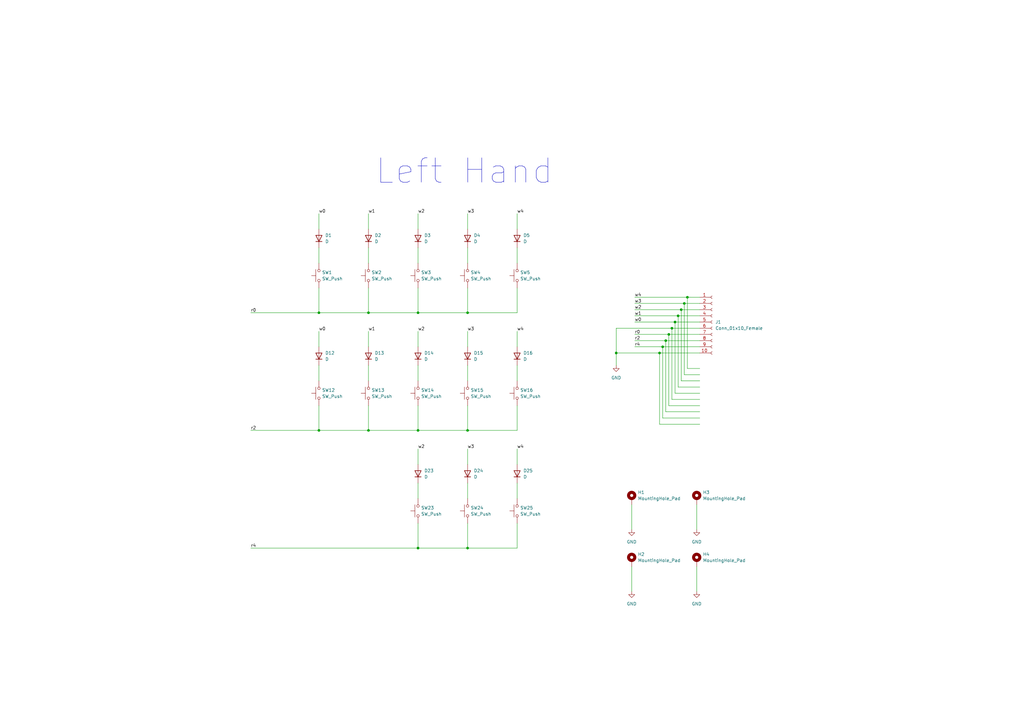
<source format=kicad_sch>
(kicad_sch (version 20211123) (generator eeschema)
  (paper "A3")
  (lib_symbols
    (symbol "Connector:Conn_01x10_Female" (pin_names (offset 1.016) hide)
      (property "Reference" "J" (at 0 12.7 0))
      (property "Value" "Conn_01x10_Female" (at 0 -15.24 0))
      (symbol "Conn_01x10_Female_1_1"
        (arc (start 0 -12.192) (mid -0.508 -12.7) (end 0 -13.208) (stroke (width 0.1524)))
        (arc (start 0 -9.652) (mid -0.508 -10.16) (end 0 -10.668) (stroke (width 0.1524)))
        (arc (start 0 -7.112) (mid -0.508 -7.62) (end 0 -8.128) (stroke (width 0.1524)))
        (arc (start 0 -4.572) (mid -0.508 -5.08) (end 0 -5.588) (stroke (width 0.1524)))
        (arc (start 0 -2.032) (mid -0.508 -2.54) (end 0 -3.048) (stroke (width 0.1524)))
        (polyline (pts (xy -1.27 -12.7) (xy -0.508 -12.7)) (stroke (width 0.1524)))
        (polyline (pts (xy -1.27 -10.16) (xy -0.508 -10.16)) (stroke (width 0.1524)))
        (polyline (pts (xy -1.27 -7.62) (xy -0.508 -7.62)) (stroke (width 0.1524)))
        (polyline (pts (xy -1.27 -5.08) (xy -0.508 -5.08)) (stroke (width 0.1524)))
        (polyline (pts (xy -1.27 -2.54) (xy -0.508 -2.54)) (stroke (width 0.1524)))
        (polyline (pts (xy -1.27 0) (xy -0.508 0)) (stroke (width 0.1524)))
        (polyline (pts (xy -1.27 2.54) (xy -0.508 2.54)) (stroke (width 0.1524)))
        (polyline (pts (xy -1.27 5.08) (xy -0.508 5.08)) (stroke (width 0.1524)))
        (polyline (pts (xy -1.27 7.62) (xy -0.508 7.62)) (stroke (width 0.1524)))
        (polyline (pts (xy -1.27 10.16) (xy -0.508 10.16)) (stroke (width 0.1524)))
        (arc (start 0 0.508) (mid -0.508 0) (end 0 -0.508) (stroke (width 0.1524)))
        (arc (start 0 3.048) (mid -0.508 2.54) (end 0 2.032) (stroke (width 0.1524)))
        (arc (start 0 5.588) (mid -0.508 5.08) (end 0 4.572) (stroke (width 0.1524)))
        (arc (start 0 8.128) (mid -0.508 7.62) (end 0 7.112) (stroke (width 0.1524)))
        (arc (start 0 10.668) (mid -0.508 10.16) (end 0 9.652) (stroke (width 0.1524)))
        (pin passive line (at -5.08 10.16 0) (length 3.81) (name "Pin_1") (number "1"))
        (pin passive line (at -5.08 -12.7 0) (length 3.81) (name "Pin_10") (number "10"))
        (pin passive line (at -5.08 7.62 0) (length 3.81) (name "Pin_2") (number "2"))
        (pin passive line (at -5.08 5.08 0) (length 3.81) (name "Pin_3") (number "3"))
        (pin passive line (at -5.08 2.54 0) (length 3.81) (name "Pin_4") (number "4"))
        (pin passive line (at -5.08 0 0) (length 3.81) (name "Pin_5") (number "5"))
        (pin passive line (at -5.08 -2.54 0) (length 3.81) (name "Pin_6") (number "6"))
        (pin passive line (at -5.08 -5.08 0) (length 3.81) (name "Pin_7") (number "7"))
        (pin passive line (at -5.08 -7.62 0) (length 3.81) (name "Pin_8") (number "8"))
        (pin passive line (at -5.08 -10.16 0) (length 3.81) (name "Pin_9") (number "9"))
      )
    )
    (symbol "Device:D" (pin_numbers hide) (pin_names (offset 1.016) hide)
      (property "Reference" "D" (at 0 2.54 0))
      (property "Value" "D" (at 0 -2.54 0))
      (symbol "D_0_1"
        (polyline (pts (xy -1.27 1.27) (xy -1.27 -1.27)) (stroke (width 0.254)))
        (polyline (pts (xy 1.27 0) (xy -1.27 0)))
        (polyline (pts (xy 1.27 1.27) (xy 1.27 -1.27) (xy -1.27 0) (xy 1.27 1.27)) (stroke (width 0.254)))
      )
      (symbol "D_1_1"
        (pin passive line (at -3.81 0 0) (length 2.54) (name "K") (number "1"))
        (pin passive line (at 3.81 0 180) (length 2.54) (name "A") (number "2"))
      )
    )
    (symbol "Mechanical:MountingHole_Pad" (pin_numbers hide) (pin_names (offset 1.016) hide)
      (property "Reference" "H" (at 0 6.35 0))
      (property "Value" "MountingHole_Pad" (at 0 4.445 0))
      (symbol "MountingHole_Pad_0_1"
        (circle (center 0 1.27) (radius 1.27) (stroke (width 1.27)))
      )
      (symbol "MountingHole_Pad_1_1"
        (pin input line (at 0 -2.54 90) (length 2.54) (name "1") (number "1"))
      )
    )
    (symbol "Switch:SW_Push" (pin_numbers hide) (pin_names (offset 1.016) hide)
      (property "Reference" "SW" (at 1.27 2.54 0))
      (property "Value" "SW_Push" (at 0 -1.524 0))
      (symbol "SW_Push_0_1"
        (circle (center -2.032 0) (radius 0.508))
        (polyline (pts (xy 0 1.27) (xy 0 3.048)))
        (polyline (pts (xy 2.54 1.27) (xy -2.54 1.27)))
        (circle (center 2.032 0) (radius 0.508))
        (pin passive line (at -5.08 0 0) (length 2.54) (name "1") (number "1"))
        (pin passive line (at 5.08 0 180) (length 2.54) (name "2") (number "2"))
      )
    )
    (symbol "power:GND" (power) (pin_names (offset 0))
      (property "Value" "GND" (at 0 -3.81 0))
      (symbol "GND_0_1"
        (polyline (pts (xy 0 0) (xy 0 -1.27) (xy 1.27 -1.27) (xy 0 -2.54) (xy -1.27 -1.27) (xy 0 -1.27)))
      )
      (symbol "GND_1_1"
        (pin power_in line (at 0 0 270) (length 0) hide (name "GND") (number "1"))
      )
    )
  )
  (junction (at 279.4 127))
  (junction (at 274.32 137.16))
  (junction (at 191.77 128.27))
  (junction (at 130.81 176.53))
  (junction (at 191.77 176.53))
  (junction (at 252.73 144.78))
  (junction (at 171.45 128.27))
  (junction (at 191.77 224.79))
  (junction (at 273.05 139.7))
  (junction (at 151.13 128.27))
  (junction (at 271.78 142.24))
  (junction (at 278.13 129.54))
  (junction (at 130.81 128.27))
  (junction (at 280.67 124.46))
  (junction (at 281.94 121.92))
  (junction (at 270.51 144.78))
  (junction (at 171.45 176.53))
  (junction (at 276.86 132.08))
  (junction (at 171.45 224.79))
  (junction (at 275.59 134.62))
  (junction (at 151.13 176.53))
  (wire (pts (xy 102.87 128.27) (xy 130.81 128.27)))
  (wire (pts (xy 212.09 87.63) (xy 212.09 93.98)))
  (wire (pts (xy 275.59 163.83) (xy 287.02 163.83)))
  (wire (pts (xy 102.87 224.79) (xy 171.45 224.79)))
  (wire (pts (xy 212.09 101.6) (xy 212.09 107.95)))
  (wire (pts (xy 130.81 118.11) (xy 130.81 128.27)))
  (wire (pts (xy 276.86 161.29) (xy 287.02 161.29)))
  (wire (pts (xy 270.51 144.78) (xy 287.02 144.78)))
  (wire (pts (xy 171.45 176.53) (xy 191.77 176.53)))
  (wire (pts (xy 151.13 149.86) (xy 151.13 156.21)))
  (wire (pts (xy 280.67 124.46) (xy 280.67 153.67)))
  (wire (pts (xy 102.87 176.53) (xy 130.81 176.53)))
  (wire (pts (xy 281.94 121.92) (xy 281.94 151.13)))
  (wire (pts (xy 171.45 118.11) (xy 171.45 128.27)))
  (wire (pts (xy 273.05 139.7) (xy 287.02 139.7)))
  (wire (pts (xy 260.35 142.24) (xy 271.78 142.24)))
  (wire (pts (xy 191.77 118.11) (xy 191.77 128.27)))
  (wire (pts (xy 274.32 166.37) (xy 287.02 166.37)))
  (wire (pts (xy 191.77 224.79) (xy 212.09 224.79)))
  (wire (pts (xy 171.45 87.63) (xy 171.45 93.98)))
  (wire (pts (xy 273.05 139.7) (xy 273.05 168.91)))
  (wire (pts (xy 130.81 87.63) (xy 130.81 93.98)))
  (wire (pts (xy 281.94 121.92) (xy 287.02 121.92)))
  (wire (pts (xy 271.78 171.45) (xy 287.02 171.45)))
  (wire (pts (xy 151.13 135.89) (xy 151.13 142.24)))
  (wire (pts (xy 260.35 124.46) (xy 280.67 124.46)))
  (wire (pts (xy 276.86 132.08) (xy 287.02 132.08)))
  (wire (pts (xy 212.09 166.37) (xy 212.09 176.53)))
  (wire (pts (xy 278.13 129.54) (xy 287.02 129.54)))
  (wire (pts (xy 191.77 184.15) (xy 191.77 190.5)))
  (wire (pts (xy 279.4 156.21) (xy 287.02 156.21)))
  (wire (pts (xy 171.45 184.15) (xy 171.45 190.5)))
  (wire (pts (xy 276.86 132.08) (xy 276.86 161.29)))
  (wire (pts (xy 275.59 134.62) (xy 287.02 134.62)))
  (wire (pts (xy 271.78 142.24) (xy 287.02 142.24)))
  (wire (pts (xy 130.81 149.86) (xy 130.81 156.21)))
  (wire (pts (xy 171.45 101.6) (xy 171.45 107.95)))
  (wire (pts (xy 191.77 176.53) (xy 212.09 176.53)))
  (wire (pts (xy 191.77 135.89) (xy 191.77 142.24)))
  (wire (pts (xy 191.77 166.37) (xy 191.77 176.53)))
  (wire (pts (xy 171.45 166.37) (xy 171.45 176.53)))
  (wire (pts (xy 274.32 137.16) (xy 274.32 166.37)))
  (wire (pts (xy 151.13 166.37) (xy 151.13 176.53)))
  (wire (pts (xy 280.67 124.46) (xy 287.02 124.46)))
  (wire (pts (xy 271.78 142.24) (xy 271.78 171.45)))
  (wire (pts (xy 252.73 134.62) (xy 275.59 134.62)))
  (wire (pts (xy 270.51 144.78) (xy 270.51 173.99)))
  (wire (pts (xy 281.94 151.13) (xy 287.02 151.13)))
  (wire (pts (xy 130.81 176.53) (xy 151.13 176.53)))
  (wire (pts (xy 275.59 134.62) (xy 275.59 163.83)))
  (wire (pts (xy 191.77 128.27) (xy 212.09 128.27)))
  (wire (pts (xy 171.45 135.89) (xy 171.45 142.24)))
  (wire (pts (xy 191.77 214.63) (xy 191.77 224.79)))
  (wire (pts (xy 212.09 214.63) (xy 212.09 224.79)))
  (wire (pts (xy 285.75 232.41) (xy 285.75 242.57)))
  (wire (pts (xy 171.45 224.79) (xy 191.77 224.79)))
  (wire (pts (xy 171.45 198.12) (xy 171.45 204.47)))
  (wire (pts (xy 279.4 127) (xy 279.4 156.21)))
  (wire (pts (xy 260.35 121.92) (xy 281.94 121.92)))
  (wire (pts (xy 259.08 207.01) (xy 259.08 217.17)))
  (wire (pts (xy 252.73 144.78) (xy 252.73 149.86)))
  (wire (pts (xy 278.13 129.54) (xy 278.13 158.75)))
  (wire (pts (xy 171.45 149.86) (xy 171.45 156.21)))
  (wire (pts (xy 212.09 149.86) (xy 212.09 156.21)))
  (wire (pts (xy 171.45 128.27) (xy 191.77 128.27)))
  (wire (pts (xy 260.35 129.54) (xy 278.13 129.54)))
  (wire (pts (xy 130.81 128.27) (xy 151.13 128.27)))
  (wire (pts (xy 212.09 198.12) (xy 212.09 204.47)))
  (wire (pts (xy 278.13 158.75) (xy 287.02 158.75)))
  (wire (pts (xy 260.35 127) (xy 279.4 127)))
  (wire (pts (xy 270.51 173.99) (xy 287.02 173.99)))
  (wire (pts (xy 130.81 166.37) (xy 130.81 176.53)))
  (wire (pts (xy 212.09 118.11) (xy 212.09 128.27)))
  (wire (pts (xy 212.09 135.89) (xy 212.09 142.24)))
  (wire (pts (xy 279.4 127) (xy 287.02 127)))
  (wire (pts (xy 151.13 128.27) (xy 171.45 128.27)))
  (wire (pts (xy 212.09 184.15) (xy 212.09 190.5)))
  (wire (pts (xy 151.13 118.11) (xy 151.13 128.27)))
  (wire (pts (xy 130.81 101.6) (xy 130.81 107.95)))
  (wire (pts (xy 171.45 214.63) (xy 171.45 224.79)))
  (wire (pts (xy 260.35 137.16) (xy 274.32 137.16)))
  (wire (pts (xy 191.77 87.63) (xy 191.77 93.98)))
  (wire (pts (xy 191.77 149.86) (xy 191.77 156.21)))
  (wire (pts (xy 260.35 139.7) (xy 273.05 139.7)))
  (wire (pts (xy 274.32 137.16) (xy 287.02 137.16)))
  (wire (pts (xy 130.81 135.89) (xy 130.81 142.24)))
  (wire (pts (xy 151.13 101.6) (xy 151.13 107.95)))
  (wire (pts (xy 260.35 132.08) (xy 276.86 132.08)))
  (wire (pts (xy 285.75 207.01) (xy 285.75 217.17)))
  (wire (pts (xy 273.05 168.91) (xy 287.02 168.91)))
  (wire (pts (xy 280.67 153.67) (xy 287.02 153.67)))
  (wire (pts (xy 191.77 198.12) (xy 191.77 204.47)))
  (wire (pts (xy 252.73 134.62) (xy 252.73 144.78)))
  (wire (pts (xy 191.77 101.6) (xy 191.77 107.95)))
  (wire (pts (xy 151.13 176.53) (xy 171.45 176.53)))
  (wire (pts (xy 151.13 87.63) (xy 151.13 93.98)))
  (wire (pts (xy 252.73 144.78) (xy 270.51 144.78)))
  (wire (pts (xy 259.08 232.41) (xy 259.08 242.57)))
  (text "Left Hand" (at 153.67 76.2 0) (effects (font (size 10 10)) (justify left bottom)))
  (label "w2" (at 171.45 135.89 0))
  (label "w4" (at 212.09 87.63 0))
  (label "w4" (at 260.35 121.92 0))
  (label "r4" (at 260.35 142.24 0))
  (label "r2" (at 260.35 139.7 0))
  (label "w0" (at 260.35 132.08 0))
  (label "w4" (at 212.09 135.89 0))
  (label "r0" (at 260.35 137.16 0))
  (label "r4" (at 102.87 224.79 0))
  (label "w2" (at 260.35 127 0))
  (label "w2" (at 171.45 184.15 0))
  (label "w1" (at 151.13 135.89 0))
  (label "w3" (at 191.77 135.89 0))
  (label "w0" (at 130.81 135.89 0))
  (label "r2" (at 102.87 176.53 0))
  (label "w4" (at 212.09 184.15 0))
  (label "w2" (at 171.45 87.63 0))
  (label "w1" (at 260.35 129.54 0))
  (label "w3" (at 191.77 87.63 0))
  (label "w3" (at 260.35 124.46 0))
  (label "w0" (at 130.81 87.63 0))
  (label "w1" (at 151.13 87.63 0))
  (label "w3" (at 191.77 184.15 0))
  (label "r0" (at 102.87 128.27 0))
  (symbol (lib_id "power:GND") (at 259.08 242.57 0) (unit 1)
    (property "Reference" "#PWR02" (effects hide))
    (property "Value" "GND" (at 259.08 247.65 0))
  )
  (symbol (lib_id "Device:D") (at 151.13 97.79 90) (unit 1)
    (property "Reference" "D2" (at 153.67 96.5199 90) (effects (justify right)))
    (property "Value" "D" (at 153.67 99.0599 90) (effects (justify right)))
    (property "Footprint" "Diode_THT:D_T-1_P5.08mm_Horizontal" (effects hide))
  )
  (symbol (lib_id "Switch:SW_Push") (at 212.09 113.03 90) (unit 1)
    (property "Reference" "SW5" (at 213.36 111.7599 90) (effects (justify right)))
    (property "Value" "SW_Push" (at 213.36 114.2999 90) (effects (justify right)))
    (property "Footprint" "Button_Switch_Keyboard:SW_Cherry_MX_1.00u_PCB" (effects hide))
  )
  (symbol (lib_id "Device:D") (at 212.09 97.79 90) (unit 1)
    (property "Reference" "D5" (at 214.63 96.5199 90) (effects (justify right)))
    (property "Value" "D" (at 214.63 99.0599 90) (effects (justify right)))
    (property "Footprint" "Diode_THT:D_T-1_P5.08mm_Horizontal" (effects hide))
  )
  (symbol (lib_id "Mechanical:MountingHole_Pad") (at 259.08 204.47 0) (unit 1)
    (property "Reference" "H1" (at 261.62 201.9299 0) (effects (justify left)))
    (property "Value" "MountingHole_Pad" (at 261.62 204.4699 0) (effects (justify left)))
    (property "Footprint" "MountingHole:MountingHole_3.2mm_M3_DIN965_Pad" (effects hide))
  )
  (symbol (lib_id "Device:D") (at 171.45 146.05 90) (unit 1)
    (property "Reference" "D14" (at 173.99 144.7799 90) (effects (justify right)))
    (property "Value" "D" (at 173.99 147.3199 90) (effects (justify right)))
    (property "Footprint" "Diode_THT:D_T-1_P5.08mm_Horizontal" (effects hide))
  )
  (symbol (lib_id "Switch:SW_Push") (at 130.81 113.03 90) (unit 1)
    (property "Reference" "SW1" (at 132.08 111.7599 90) (effects (justify right)))
    (property "Value" "SW_Push" (at 132.08 114.2999 90) (effects (justify right)))
    (property "Footprint" "Button_Switch_Keyboard:SW_Cherry_MX_1.00u_PCB" (effects hide))
  )
  (symbol (lib_id "Device:D") (at 171.45 194.31 90) (unit 1)
    (property "Reference" "D23" (at 173.99 193.0399 90) (effects (justify right)))
    (property "Value" "D" (at 173.99 195.5799 90) (effects (justify right)))
    (property "Footprint" "Diode_THT:D_T-1_P5.08mm_Horizontal" (effects hide))
  )
  (symbol (lib_id "Switch:SW_Push") (at 191.77 113.03 90) (unit 1)
    (property "Reference" "SW4" (at 193.04 111.7599 90) (effects (justify right)))
    (property "Value" "SW_Push" (at 193.04 114.2999 90) (effects (justify right)))
    (property "Footprint" "Button_Switch_Keyboard:SW_Cherry_MX_1.00u_PCB" (effects hide))
  )
  (symbol (lib_id "Switch:SW_Push") (at 212.09 161.29 90) (unit 1)
    (property "Reference" "SW16" (at 213.36 160.0199 90) (effects (justify right)))
    (property "Value" "SW_Push" (at 213.36 162.5599 90) (effects (justify right)))
    (property "Footprint" "Button_Switch_Keyboard:SW_Cherry_MX_1.00u_PCB" (effects hide))
  )
  (symbol (lib_id "Device:D") (at 212.09 194.31 90) (unit 1)
    (property "Reference" "D25" (at 214.63 193.0399 90) (effects (justify right)))
    (property "Value" "D" (at 214.63 195.5799 90) (effects (justify right)))
    (property "Footprint" "Diode_THT:D_T-1_P5.08mm_Horizontal" (effects hide))
  )
  (symbol (lib_id "Mechanical:MountingHole_Pad") (at 285.75 229.87 0) (unit 1)
    (property "Reference" "H4" (at 288.29 227.3299 0) (effects (justify left)))
    (property "Value" "MountingHole_Pad" (at 288.29 229.8699 0) (effects (justify left)))
    (property "Footprint" "MountingHole:MountingHole_3.2mm_M3_DIN965_Pad" (effects hide))
  )
  (symbol (lib_id "Switch:SW_Push") (at 191.77 161.29 90) (unit 1)
    (property "Reference" "SW15" (at 193.04 160.0199 90) (effects (justify right)))
    (property "Value" "SW_Push" (at 193.04 162.5599 90) (effects (justify right)))
    (property "Footprint" "Button_Switch_Keyboard:SW_Cherry_MX_1.00u_PCB" (effects hide))
  )
  (symbol (lib_id "power:GND") (at 252.73 149.86 0) (unit 1)
    (property "Reference" "#PWR0101" (effects hide))
    (property "Value" "GND" (at 252.73 154.94 0))
  )
  (symbol (lib_id "Connector:Conn_01x10_Female") (at 292.1 132.08 0) (unit 1)
    (property "Reference" "J1" (at 293.37 132.0799 0) (effects (justify left)))
    (property "Value" "Conn_01x10_Female" (at 293.37 134.6199 0) (effects (justify left)))
    (property "Footprint" "Connector_PinHeader_1.27mm:PinHeader_1x10_P1.27mm_Vertical" (effects hide))
  )
  (symbol (lib_id "Switch:SW_Push") (at 191.77 209.55 90) (unit 1)
    (property "Reference" "SW24" (at 193.04 208.2799 90) (effects (justify right)))
    (property "Value" "SW_Push" (at 193.04 210.8199 90) (effects (justify right)))
    (property "Footprint" "Button_Switch_Keyboard:SW_Cherry_MX_1.00u_PCB" (effects hide))
  )
  (symbol (lib_id "Device:D") (at 151.13 146.05 90) (unit 1)
    (property "Reference" "D13" (at 153.67 144.7799 90) (effects (justify right)))
    (property "Value" "D" (at 153.67 147.3199 90) (effects (justify right)))
    (property "Footprint" "Diode_THT:D_T-1_P5.08mm_Horizontal" (effects hide))
  )
  (symbol (lib_id "Switch:SW_Push") (at 171.45 113.03 90) (unit 1)
    (property "Reference" "SW3" (at 172.72 111.7599 90) (effects (justify right)))
    (property "Value" "SW_Push" (at 172.72 114.2999 90) (effects (justify right)))
    (property "Footprint" "Button_Switch_Keyboard:SW_Cherry_MX_1.00u_PCB" (effects hide))
  )
  (symbol (lib_id "Device:D") (at 191.77 97.79 90) (unit 1)
    (property "Reference" "D4" (at 194.31 96.5199 90) (effects (justify right)))
    (property "Value" "D" (at 194.31 99.0599 90) (effects (justify right)))
    (property "Footprint" "Diode_THT:D_T-1_P5.08mm_Horizontal" (effects hide))
  )
  (symbol (lib_id "Mechanical:MountingHole_Pad") (at 285.75 204.47 0) (unit 1)
    (property "Reference" "H3" (at 288.29 201.9299 0) (effects (justify left)))
    (property "Value" "MountingHole_Pad" (at 288.29 204.4699 0) (effects (justify left)))
    (property "Footprint" "MountingHole:MountingHole_3.2mm_M3_DIN965_Pad" (effects hide))
  )
  (symbol (lib_id "Switch:SW_Push") (at 212.09 209.55 90) (unit 1)
    (property "Reference" "SW25" (at 213.36 208.2799 90) (effects (justify right)))
    (property "Value" "SW_Push" (at 213.36 210.8199 90) (effects (justify right)))
    (property "Footprint" "Button_Switch_Keyboard:SW_Cherry_MX_1.00u_PCB" (effects hide))
  )
  (symbol (lib_id "Switch:SW_Push") (at 171.45 209.55 90) (unit 1)
    (property "Reference" "SW23" (at 172.72 208.2799 90) (effects (justify right)))
    (property "Value" "SW_Push" (at 172.72 210.8199 90) (effects (justify right)))
    (property "Footprint" "Button_Switch_Keyboard:SW_Cherry_MX_1.00u_PCB" (effects hide))
  )
  (symbol (lib_id "Switch:SW_Push") (at 171.45 161.29 90) (unit 1)
    (property "Reference" "SW14" (at 172.72 160.0199 90) (effects (justify right)))
    (property "Value" "SW_Push" (at 172.72 162.5599 90) (effects (justify right)))
    (property "Footprint" "Button_Switch_Keyboard:SW_Cherry_MX_1.00u_PCB" (effects hide))
  )
  (symbol (lib_id "power:GND") (at 259.08 217.17 0) (unit 1)
    (property "Reference" "#PWR01" (effects hide))
    (property "Value" "GND" (at 259.08 222.25 0))
  )
  (symbol (lib_id "Switch:SW_Push") (at 130.81 161.29 90) (unit 1)
    (property "Reference" "SW12" (at 132.08 160.0199 90) (effects (justify right)))
    (property "Value" "SW_Push" (at 132.08 162.5599 90) (effects (justify right)))
    (property "Footprint" "Button_Switch_Keyboard:SW_Cherry_MX_1.00u_PCB" (effects hide))
  )
  (symbol (lib_id "Mechanical:MountingHole_Pad") (at 259.08 229.87 0) (unit 1)
    (property "Reference" "H2" (at 261.62 227.3299 0) (effects (justify left)))
    (property "Value" "MountingHole_Pad" (at 261.62 229.8699 0) (effects (justify left)))
    (property "Footprint" "MountingHole:MountingHole_3.2mm_M3_DIN965_Pad" (effects hide))
  )
  (symbol (lib_id "power:GND") (at 285.75 217.17 0) (unit 1)
    (property "Reference" "#PWR03" (effects hide))
    (property "Value" "GND" (at 285.75 222.25 0))
  )
  (symbol (lib_id "Switch:SW_Push") (at 151.13 113.03 90) (unit 1)
    (property "Reference" "SW2" (at 152.4 111.7599 90) (effects (justify right)))
    (property "Value" "SW_Push" (at 152.4 114.2999 90) (effects (justify right)))
    (property "Footprint" "Button_Switch_Keyboard:SW_Cherry_MX_1.00u_PCB" (effects hide))
  )
  (symbol (lib_id "power:GND") (at 285.75 242.57 0) (unit 1)
    (property "Reference" "#PWR04" (effects hide))
    (property "Value" "GND" (at 285.75 247.65 0))
  )
  (symbol (lib_id "Device:D") (at 130.81 97.79 90) (unit 1)
    (property "Reference" "D1" (at 133.35 96.5199 90) (effects (justify right)))
    (property "Value" "D" (at 133.35 99.0599 90) (effects (justify right)))
    (property "Footprint" "Diode_THT:D_T-1_P5.08mm_Horizontal" (effects hide))
  )
  (symbol (lib_id "Device:D") (at 212.09 146.05 90) (unit 1)
    (property "Reference" "D16" (at 214.63 144.7799 90) (effects (justify right)))
    (property "Value" "D" (at 214.63 147.3199 90) (effects (justify right)))
    (property "Footprint" "Diode_THT:D_T-1_P5.08mm_Horizontal" (effects hide))
  )
  (symbol (lib_id "Device:D") (at 171.45 97.79 90) (unit 1)
    (property "Reference" "D3" (at 173.99 96.5199 90) (effects (justify right)))
    (property "Value" "D" (at 173.99 99.0599 90) (effects (justify right)))
    (property "Footprint" "Diode_THT:D_T-1_P5.08mm_Horizontal" (effects hide))
  )
  (symbol (lib_id "Device:D") (at 191.77 146.05 90) (unit 1)
    (property "Reference" "D15" (at 194.31 144.7799 90) (effects (justify right)))
    (property "Value" "D" (at 194.31 147.3199 90) (effects (justify right)))
    (property "Footprint" "Diode_THT:D_T-1_P5.08mm_Horizontal" (effects hide))
  )
  (symbol (lib_id "Switch:SW_Push") (at 151.13 161.29 90) (unit 1)
    (property "Reference" "SW13" (at 152.4 160.0199 90) (effects (justify right)))
    (property "Value" "SW_Push" (at 152.4 162.5599 90) (effects (justify right)))
    (property "Footprint" "Button_Switch_Keyboard:SW_Cherry_MX_1.00u_PCB" (effects hide))
  )
  (symbol (lib_id "Device:D") (at 130.81 146.05 90) (unit 1)
    (property "Reference" "D12" (at 133.35 144.7799 90) (effects (justify right)))
    (property "Value" "D" (at 133.35 147.3199 90) (effects (justify right)))
    (property "Footprint" "Diode_THT:D_T-1_P5.08mm_Horizontal" (effects hide))
  )
  (symbol (lib_id "Device:D") (at 191.77 194.31 90) (unit 1)
    (property "Reference" "D24" (at 194.31 193.0399 90) (effects (justify right)))
    (property "Value" "D" (at 194.31 195.5799 90) (effects (justify right)))
    (property "Footprint" "Diode_THT:D_T-1_P5.08mm_Horizontal" (effects hide))
  )
)
</source>
